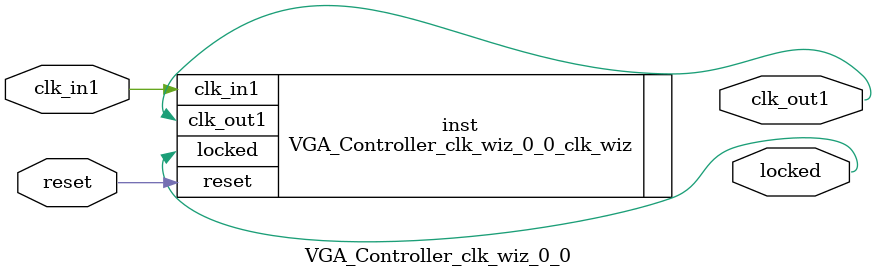
<source format=v>


`timescale 1ps/1ps

(* CORE_GENERATION_INFO = "VGA_Controller_clk_wiz_0_0,clk_wiz_v6_0_4_0_0,{component_name=VGA_Controller_clk_wiz_0_0,use_phase_alignment=true,use_min_o_jitter=false,use_max_i_jitter=false,use_dyn_phase_shift=false,use_inclk_switchover=false,use_dyn_reconfig=false,enable_axi=0,feedback_source=FDBK_AUTO,PRIMITIVE=MMCM,num_out_clk=1,clkin1_period=8.000,clkin2_period=10.000,use_power_down=false,use_reset=true,use_locked=true,use_inclk_stopped=false,feedback_type=SINGLE,CLOCK_MGR_TYPE=NA,manual_override=false}" *)

module VGA_Controller_clk_wiz_0_0 
 (
  // Clock out ports
  output        clk_out1,
  // Status and control signals
  input         reset,
  output        locked,
 // Clock in ports
  input         clk_in1
 );

  VGA_Controller_clk_wiz_0_0_clk_wiz inst
  (
  // Clock out ports  
  .clk_out1(clk_out1),
  // Status and control signals               
  .reset(reset), 
  .locked(locked),
 // Clock in ports
  .clk_in1(clk_in1)
  );

endmodule

</source>
